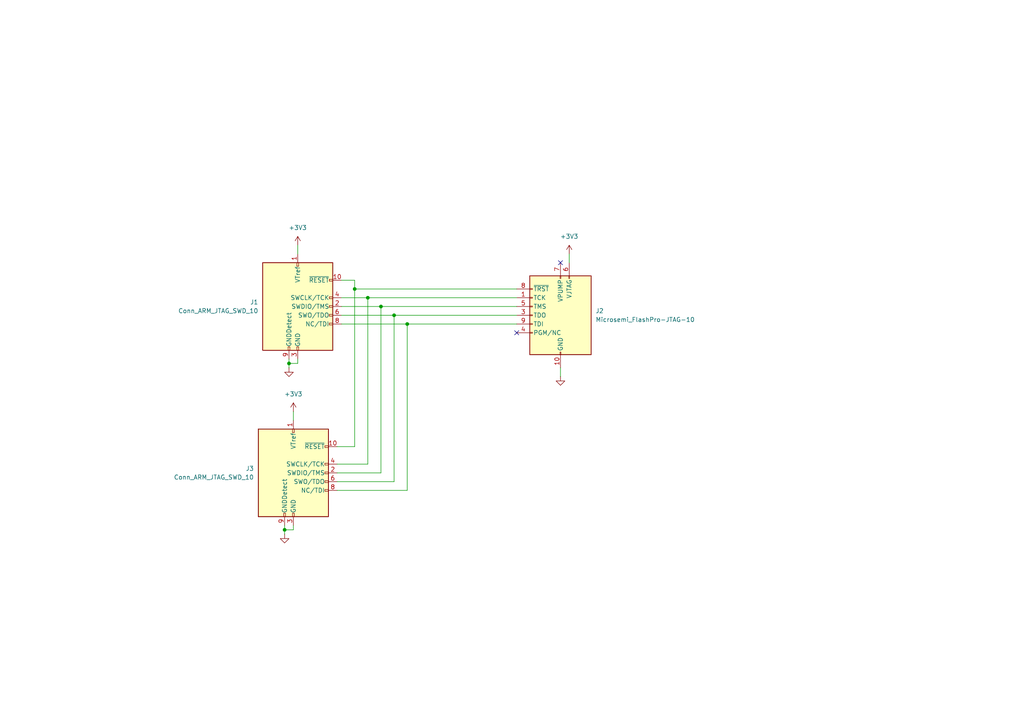
<source format=kicad_sch>
(kicad_sch (version 20231120) (generator "eeschema") (generator_version "8.0")
  (paper "A4")
  (lib_symbols
    (symbol "Connector:Conn_ARM_JTAG_SWD_10" (pin_names (offset 1.016))
      (property "Reference" "J" (at -2.54 16.51 0))
      (property "Value" "Conn_ARM_JTAG_SWD_10" (at -2.54 13.97 0))
      (symbol "Conn_ARM_JTAG_SWD_10_0_1"
        (rectangle (start -10.16 12.7) (end 10.16 -12.7) (stroke (width 0.254)) (fill (type background)))
        (rectangle (start -2.794 -12.7) (end -2.286 -11.684))
        (rectangle (start -0.254 -12.7) (end 0.254 -11.684))
        (rectangle (start -0.254 12.7) (end 0.254 11.684))
        (rectangle (start 9.144 2.286) (end 10.16 2.794))
        (rectangle (start 10.16 -2.794) (end 9.144 -2.286))
        (rectangle (start 10.16 -0.254) (end 9.144 0.254))
        (rectangle (start 10.16 7.874) (end 9.144 7.366))
      )
      (symbol "Conn_ARM_JTAG_SWD_10_1_1"
        (rectangle (start 9.144 -5.334) (end 10.16 -4.826))
        (pin power_in line (at 0 15.24 270) (length 2.54) (name "VTref") (number "1"))
        (pin open_collector line (at 12.7 7.62 180) (length 2.54) (name "~{RESET}") (number "10"))
        (pin bidirectional line (at 12.7 0 180) (length 2.54) (name "SWDIO/TMS") (number "2"))
        (pin power_in line (at 0 -15.24 90) (length 2.54) (name "GND") (number "3"))
        (pin output line (at 12.7 2.54 180) (length 2.54) (name "SWCLK/TCK") (number "4"))
        (pin passive line (at 0 -15.24 90) (length 2.54) hide (name "GND") (number "5"))
        (pin input line (at 12.7 -2.54 180) (length 2.54) (name "SWO/TDO") (number "6"))
        (pin no_connect line (at -10.16 0 0) (length 2.54) hide (name "KEY") (number "7"))
        (pin output line (at 12.7 -5.08 180) (length 2.54) (name "NC/TDI") (number "8"))
        (pin passive line (at -2.54 -15.24 90) (length 2.54) (name "GNDDetect") (number "9"))
      )
    )
    (symbol "Connector:Microsemi_FlashPro-JTAG-10" (pin_names (offset 1.016))
      (property "Reference" "J" (at 4.445 12.7 0))
      (property "Value" "Microsemi_FlashPro-JTAG-10" (at 2.54 -12.7 0))
      (symbol "Microsemi_FlashPro-JTAG-10_0_1"
        (rectangle (start -2.667 11.43) (end -2.413 10.668))
        (rectangle (start -0.127 -10.668) (end 0.127 -11.43))
        (rectangle (start -0.127 11.43) (end 0.127 10.668))
        (rectangle (start 8.89 -4.953) (end 8.128 -5.207))
        (rectangle (start 8.89 -2.413) (end 8.128 -2.667))
        (rectangle (start 8.89 0.127) (end 8.128 -0.127))
        (rectangle (start 8.89 2.667) (end 8.128 2.413))
        (rectangle (start 8.89 5.207) (end 8.128 4.953))
        (rectangle (start 8.89 7.747) (end 8.128 7.493))
        (rectangle (start 8.89 11.43) (end -8.89 -11.43) (stroke (width 0.254)) (fill (type background)))
      )
      (symbol "Microsemi_FlashPro-JTAG-10_1_1"
        (pin passive line (at 12.7 5.08 180) (length 3.81) (name "TCK") (number "1"))
        (pin power_in line (at 0 -15.24 90) (length 3.81) (name "GND") (number "10"))
        (pin passive line (at 0 -15.24 90) (length 3.81) hide (name "GND") (number "2"))
        (pin passive line (at 12.7 0 180) (length 3.81) (name "TDO") (number "3"))
        (pin passive line (at 12.7 -5.08 180) (length 3.81) (name "PGM/NC") (number "4"))
        (pin passive line (at 12.7 2.54 180) (length 3.81) (name "TMS") (number "5"))
        (pin power_in line (at -2.54 15.24 270) (length 3.81) (name "VJTAG") (number "6"))
        (pin power_out line (at 0 15.24 270) (length 3.81) (name "VPUMP") (number "7"))
        (pin passive line (at 12.7 7.62 180) (length 3.81) (name "~{TRST}") (number "8"))
        (pin passive line (at 12.7 -2.54 180) (length 3.81) (name "TDI") (number "9"))
      )
    )
    (symbol "power:+3V3" (power) (pin_numbers hide) (pin_names (offset 0) hide)
      (property "Value" "+3V3" (at 0 3.556 0))
      (symbol "+3V3_0_1"
        (polyline (pts (xy -0.762 1.27) (xy 0 2.54)))
        (polyline (pts (xy 0 0) (xy 0 2.54)))
        (polyline (pts (xy 0 2.54) (xy 0.762 1.27)))
      )
      (symbol "+3V3_1_1"
        (pin power_in line (at 0 0 90) (length 0) (name "~") (number "1"))
      )
    )
    (symbol "power:GND" (power) (pin_numbers hide) (pin_names (offset 0) hide)
      (property "Value" "GND" (at 0 -3.81 0))
      (symbol "GND_0_1"
        (polyline (pts (xy 0 0) (xy 0 -1.27) (xy 1.27 -1.27) (xy 0 -2.54) (xy -1.27 -1.27) (xy 0 -1.27)))
      )
      (symbol "GND_1_1"
        (pin power_in line (at 0 0 270) (length 0) (name "~") (number "1"))
      )
    )
  )
  (junction (at 82.55 153.67))
  (junction (at 83.82 105.41))
  (junction (at 114.3 91.44))
  (junction (at 106.68 86.36))
  (junction (at 118.11 93.98))
  (junction (at 110.49 88.9))
  (junction (at 102.87 83.82))
  (no_connect (at 149.86 96.52))
  (no_connect (at 162.56 76.2))
  (wire (pts (xy 102.87 129.54) (xy 97.79 129.54)))
  (wire (pts (xy 85.09 119.38) (xy 85.09 121.92)))
  (wire (pts (xy 118.11 93.98) (xy 149.86 93.98)))
  (wire (pts (xy 165.1 73.66) (xy 165.1 76.2)))
  (wire (pts (xy 110.49 88.9) (xy 110.49 137.16)))
  (wire (pts (xy 106.68 86.36) (xy 149.86 86.36)))
  (wire (pts (xy 162.56 106.68) (xy 162.56 109.22)))
  (wire (pts (xy 114.3 91.44) (xy 149.86 91.44)))
  (wire (pts (xy 99.06 91.44) (xy 114.3 91.44)))
  (wire (pts (xy 99.06 93.98) (xy 118.11 93.98)))
  (wire (pts (xy 106.68 134.62) (xy 97.79 134.62)))
  (wire (pts (xy 110.49 137.16) (xy 97.79 137.16)))
  (wire (pts (xy 149.86 83.82) (xy 102.87 83.82)))
  (wire (pts (xy 102.87 83.82) (xy 102.87 81.28)))
  (wire (pts (xy 86.36 105.41) (xy 86.36 104.14)))
  (wire (pts (xy 99.06 88.9) (xy 110.49 88.9)))
  (wire (pts (xy 82.55 153.67) (xy 82.55 154.94)))
  (wire (pts (xy 114.3 91.44) (xy 114.3 139.7)))
  (wire (pts (xy 102.87 81.28) (xy 99.06 81.28)))
  (wire (pts (xy 83.82 104.14) (xy 83.82 105.41)))
  (wire (pts (xy 83.82 105.41) (xy 86.36 105.41)))
  (wire (pts (xy 118.11 93.98) (xy 118.11 142.24)))
  (wire (pts (xy 110.49 88.9) (xy 149.86 88.9)))
  (wire (pts (xy 118.11 142.24) (xy 97.79 142.24)))
  (wire (pts (xy 82.55 153.67) (xy 85.09 153.67)))
  (wire (pts (xy 86.36 71.12) (xy 86.36 73.66)))
  (wire (pts (xy 106.68 86.36) (xy 106.68 134.62)))
  (wire (pts (xy 82.55 152.4) (xy 82.55 153.67)))
  (wire (pts (xy 114.3 139.7) (xy 97.79 139.7)))
  (wire (pts (xy 102.87 83.82) (xy 102.87 129.54)))
  (wire (pts (xy 99.06 86.36) (xy 106.68 86.36)))
  (wire (pts (xy 85.09 153.67) (xy 85.09 152.4)))
  (wire (pts (xy 83.82 105.41) (xy 83.82 106.68)))
  (symbol (lib_id "power:+3V3") (at 165.1 73.66 0) (unit 1)
    (property "Reference" "#PWR03" (effects (hide yes)))
    (property "Value" "+3V3" (at 165.1 68.58 0))
    (property "Description" "Power symbol creates a global label with name \"+3V3\"" (effects (hide yes)))
  )
  (symbol (lib_id "power:+3V3") (at 86.36 71.12 0) (unit 1)
    (property "Reference" "#PWR04" (effects (hide yes)))
    (property "Value" "+3V3" (at 86.36 66.04 0))
    (property "Description" "Power symbol creates a global label with name \"+3V3\"" (effects (hide yes)))
  )
  (symbol (lib_id "Connector:Conn_ARM_JTAG_SWD_10") (at 85.09 137.16 0) (unit 1)
    (property "Reference" "J3" (at 73.66 135.8899 0) (effects (justify right)))
    (property "Value" "Conn_ARM_JTAG_SWD_10" (at 73.66 138.4299 0) (effects (justify right)))
    (property "Footprint" "Connector_PinHeader_1.27mm:PinHeader_2x05_P1.27mm_Vertical" (effects (hide yes)))
    (property "Datasheet" "http://infocenter.arm.com/help/topic/com.arm.doc.ddi0314h/DDI0314H_coresight_components_trm.pdf" (effects (hide yes)))
    (property "Description" "Cortex Debug Connector, standard ARM Cortex-M SWD and JTAG interface" (effects (hide yes)))
  )
  (symbol (lib_id "power:+3V3") (at 85.09 119.38 0) (unit 1)
    (property "Reference" "#PWR05" (effects (hide yes)))
    (property "Value" "+3V3" (at 85.09 114.3 0))
    (property "Description" "Power symbol creates a global label with name \"+3V3\"" (effects (hide yes)))
  )
  (symbol (lib_id "power:GND") (at 82.55 154.94 0) (unit 1)
    (property "Reference" "#PWR06" (effects (hide yes)))
    (property "Value" "GND" (effects (hide yes)))
    (property "Description" "Power symbol creates a global label with name \"GND\" , ground" (effects (hide yes)))
  )
  (symbol (lib_id "Connector:Microsemi_FlashPro-JTAG-10") (at 162.56 91.44 0) (mirror y) (unit 1)
    (property "Reference" "J2" (at 172.72 90.1699 0) (effects (justify right)))
    (property "Value" "Microsemi_FlashPro-JTAG-10" (at 172.72 92.7099 0) (effects (justify right)))
    (property "Footprint" "Connector_PinHeader_2.54mm:PinHeader_2x05_P2.54mm_Vertical" (effects (hide yes)))
    (property "Datasheet" "https://www.microsemi.com/document-portal/doc_view/129973-lpf-ac386-an" (effects (hide yes)))
    (property "Description" "ACTEL FLASH PRO 3/4, JTAG, IDC10 Pinheader Connector" (effects (hide yes)))
  )
  (symbol (lib_id "power:GND") (at 162.56 109.22 0) (unit 1)
    (property "Reference" "#PWR01" (effects (hide yes)))
    (property "Value" "GND" (effects (hide yes)))
    (property "Description" "Power symbol creates a global label with name \"GND\" , ground" (effects (hide yes)))
  )
  (symbol (lib_id "power:GND") (at 83.82 106.68 0) (unit 1)
    (property "Reference" "#PWR02" (effects (hide yes)))
    (property "Value" "GND" (effects (hide yes)))
    (property "Description" "Power symbol creates a global label with name \"GND\" , ground" (effects (hide yes)))
  )
  (symbol (lib_id "Connector:Conn_ARM_JTAG_SWD_10") (at 86.36 88.9 0) (unit 1)
    (property "Reference" "J1" (at 74.93 87.6299 0) (effects (justify right)))
    (property "Value" "Conn_ARM_JTAG_SWD_10" (at 74.93 90.1699 0) (effects (justify right)))
    (property "Footprint" "Connector_PinHeader_2.54mm:PinHeader_2x05_P2.54mm_Vertical" (effects (hide yes)))
    (property "Datasheet" "http://infocenter.arm.com/help/topic/com.arm.doc.ddi0314h/DDI0314H_coresight_components_trm.pdf" (effects (hide yes)))
    (property "Description" "Cortex Debug Connector, standard ARM Cortex-M SWD and JTAG interface" (effects (hide yes)))
  )
)
</source>
